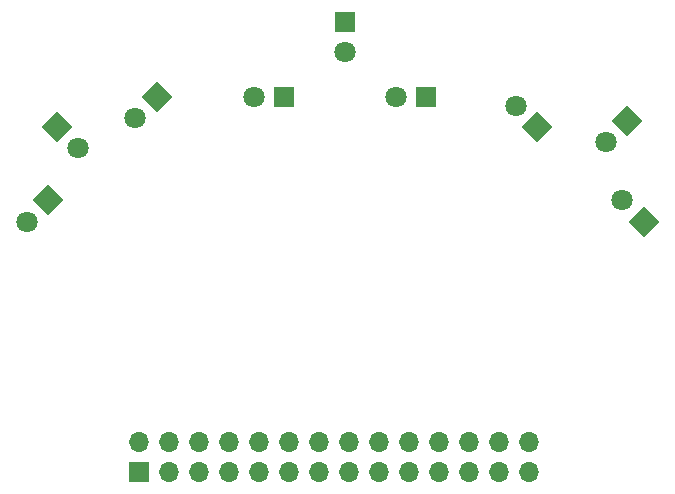
<source format=gbr>
%TF.GenerationSoftware,KiCad,Pcbnew,(6.0.4)*%
%TF.CreationDate,2024-03-24T21:34:19+02:00*%
%TF.ProjectId,KiCad Design IR Sensor,4b694361-6420-4446-9573-69676e204952,rev?*%
%TF.SameCoordinates,Original*%
%TF.FileFunction,Soldermask,Bot*%
%TF.FilePolarity,Negative*%
%FSLAX46Y46*%
G04 Gerber Fmt 4.6, Leading zero omitted, Abs format (unit mm)*
G04 Created by KiCad (PCBNEW (6.0.4)) date 2024-03-24 21:34:19*
%MOMM*%
%LPD*%
G01*
G04 APERTURE LIST*
G04 Aperture macros list*
%AMRotRect*
0 Rectangle, with rotation*
0 The origin of the aperture is its center*
0 $1 length*
0 $2 width*
0 $3 Rotation angle, in degrees counterclockwise*
0 Add horizontal line*
21,1,$1,$2,0,0,$3*%
G04 Aperture macros list end*
%ADD10C,1.800000*%
%ADD11RotRect,1.800000X1.800000X225.000000*%
%ADD12RotRect,1.800000X1.800000X135.000000*%
%ADD13R,1.800000X1.800000*%
%ADD14RotRect,1.800000X1.800000X315.000000*%
%ADD15R,1.700000X1.700000*%
%ADD16O,1.700000X1.700000*%
G04 APERTURE END LIST*
D10*
%TO.C,D9*%
X124279438Y-77871540D03*
D11*
X126075489Y-76075489D03*
%TD*%
D10*
%TO.C,D5*%
X115074214Y-86634282D03*
D11*
X116870265Y-84838231D03*
%TD*%
D12*
%TO.C,D6*%
X167312748Y-86641353D03*
D10*
X165516697Y-84845302D03*
%TD*%
D12*
%TO.C,D3*%
X158312748Y-78641353D03*
D10*
X156516697Y-76845302D03*
%TD*%
D13*
%TO.C,D4*%
X136850489Y-76050489D03*
D10*
X134310489Y-76050489D03*
%TD*%
D13*
%TO.C,D8*%
X148850489Y-76050489D03*
D10*
X146310489Y-76050489D03*
%TD*%
D11*
%TO.C,D7*%
X165901561Y-78098439D03*
D10*
X164105510Y-79894490D03*
%TD*%
%TO.C,D2*%
X142000000Y-72265000D03*
D13*
X142000000Y-69725000D03*
%TD*%
D14*
%TO.C,D1*%
X117598439Y-78598439D03*
D10*
X119394490Y-80394490D03*
%TD*%
D15*
%TO.C,J1*%
X124575489Y-107850489D03*
D16*
X124575489Y-105310489D03*
X127115489Y-107850489D03*
X127115489Y-105310489D03*
X129655489Y-107850489D03*
X129655489Y-105310489D03*
X132195489Y-107850489D03*
X132195489Y-105310489D03*
X134735489Y-107850489D03*
X134735489Y-105310489D03*
X137275489Y-107850489D03*
X137275489Y-105310489D03*
X139815489Y-107850489D03*
X139815489Y-105310489D03*
X142355489Y-107850489D03*
X142355489Y-105310489D03*
X144895489Y-107850489D03*
X144895489Y-105310489D03*
X147435489Y-107850489D03*
X147435489Y-105310489D03*
X149975489Y-107850489D03*
X149975489Y-105310489D03*
X152515489Y-107850489D03*
X152515489Y-105310489D03*
X155055489Y-107850489D03*
X155055489Y-105310489D03*
X157595489Y-107850489D03*
X157595489Y-105310489D03*
%TD*%
M02*

</source>
